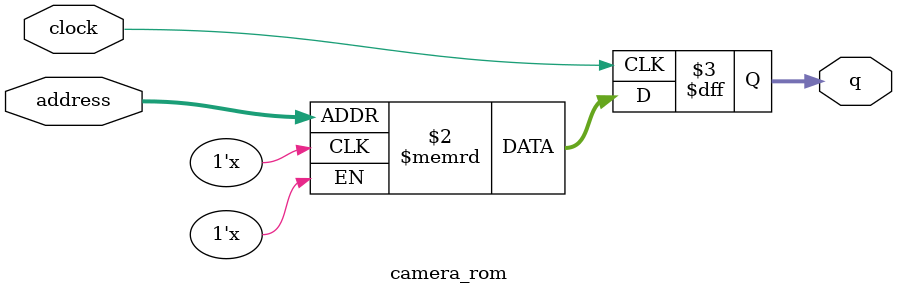
<source format=sv>
module camera_rom (
	input logic clock,
	input logic [9:0] address,
	output logic [3:0] q
);

logic [3:0] memory [0:944] /* synthesis ram_init_file = "./camera.mif" */;

always_ff @ (posedge clock) begin
	q <= memory[address];
end

endmodule

</source>
